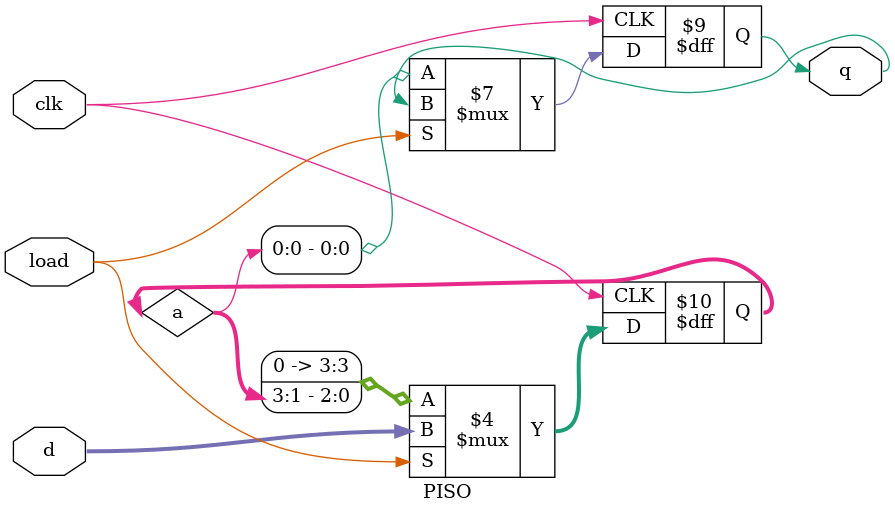
<source format=v>
module PISO(input [3:0]d,input clk,load, output reg q);
reg [3:0] a;
initial q=0;

always@(posedge clk)
begin
	 if(load) begin
	 a=d; end
	 
	 else begin
	 q = a[0];
	    a = {1'b0,a[3:1]};
	    
	    end
	    
	end
endmodule

</source>
